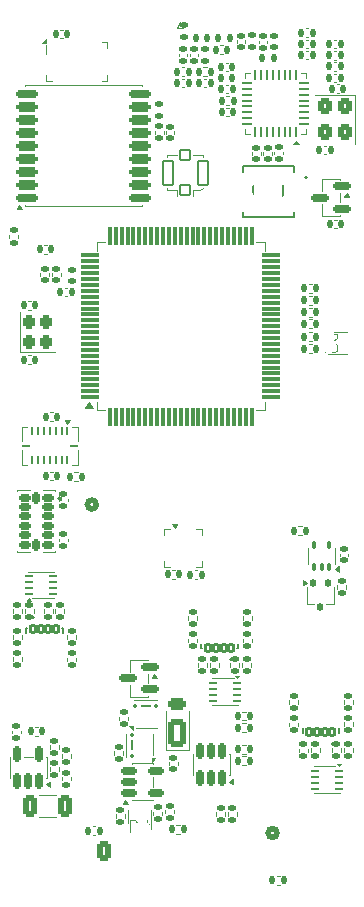
<source format=gbr>
%TF.GenerationSoftware,KiCad,Pcbnew,9.0.1*%
%TF.CreationDate,2025-10-09T14:44:29-04:00*%
%TF.ProjectId,OshTelemega,4f736854-656c-4656-9d65-67612e6b6963,rev?*%
%TF.SameCoordinates,Original*%
%TF.FileFunction,Legend,Bot*%
%TF.FilePolarity,Positive*%
%FSLAX46Y46*%
G04 Gerber Fmt 4.6, Leading zero omitted, Abs format (unit mm)*
G04 Created by KiCad (PCBNEW 9.0.1) date 2025-10-09 14:44:29*
%MOMM*%
%LPD*%
G01*
G04 APERTURE LIST*
G04 Aperture macros list*
%AMRoundRect*
0 Rectangle with rounded corners*
0 $1 Rounding radius*
0 $2 $3 $4 $5 $6 $7 $8 $9 X,Y pos of 4 corners*
0 Add a 4 corners polygon primitive as box body*
4,1,4,$2,$3,$4,$5,$6,$7,$8,$9,$2,$3,0*
0 Add four circle primitives for the rounded corners*
1,1,$1+$1,$2,$3*
1,1,$1+$1,$4,$5*
1,1,$1+$1,$6,$7*
1,1,$1+$1,$8,$9*
0 Add four rect primitives between the rounded corners*
20,1,$1+$1,$2,$3,$4,$5,0*
20,1,$1+$1,$4,$5,$6,$7,0*
20,1,$1+$1,$6,$7,$8,$9,0*
20,1,$1+$1,$8,$9,$2,$3,0*%
%AMFreePoly0*
4,1,15,1.100000,0.175000,0.750000,0.175000,0.750000,-0.175000,1.100000,-0.175000,1.100000,-0.475000,0.750000,-0.475000,-0.750000,-0.475000,-1.100000,-0.475000,-1.100000,-0.175000,-0.750000,-0.175000,-0.750000,0.175000,-1.100000,0.175000,-1.100000,0.475000,1.100000,0.475000,1.100000,0.175000,1.100000,0.175000,$1*%
G04 Aperture macros list end*
%ADD10C,0.100000*%
%ADD11C,0.150000*%
%ADD12C,0.120000*%
%ADD13C,0.508000*%
%ADD14C,0.127000*%
%ADD15C,0.200000*%
%ADD16C,0.152400*%
%ADD17C,0.010000*%
%ADD18RoundRect,0.250000X0.250000X-0.325000X0.250000X0.325000X-0.250000X0.325000X-0.250000X-0.325000X0*%
%ADD19C,1.800000*%
%ADD20C,5.600000*%
%ADD21RoundRect,0.250000X-0.350000X-0.625000X0.350000X-0.625000X0.350000X0.625000X-0.350000X0.625000X0*%
%ADD22O,1.200000X1.750000*%
%ADD23C,0.660000*%
%ADD24O,1.000000X0.580000*%
%ADD25C,1.100000*%
%ADD26R,1.000000X1.000000*%
%ADD27C,1.000000*%
%ADD28C,0.990600*%
%ADD29RoundRect,0.135000X0.185000X-0.135000X0.185000X0.135000X-0.185000X0.135000X-0.185000X-0.135000X0*%
%ADD30RoundRect,0.150000X0.587500X0.150000X-0.587500X0.150000X-0.587500X-0.150000X0.587500X-0.150000X0*%
%ADD31RoundRect,0.140000X-0.170000X0.140000X-0.170000X-0.140000X0.170000X-0.140000X0.170000X0.140000X0*%
%ADD32RoundRect,0.135000X-0.135000X-0.185000X0.135000X-0.185000X0.135000X0.185000X-0.135000X0.185000X0*%
%ADD33RoundRect,0.135000X0.135000X0.185000X-0.135000X0.185000X-0.135000X-0.185000X0.135000X-0.185000X0*%
%ADD34RoundRect,0.140000X-0.140000X-0.170000X0.140000X-0.170000X0.140000X0.170000X-0.140000X0.170000X0*%
%ADD35RoundRect,0.135000X-0.185000X0.135000X-0.185000X-0.135000X0.185000X-0.135000X0.185000X0.135000X0*%
%ADD36RoundRect,0.147500X-0.172500X0.147500X-0.172500X-0.147500X0.172500X-0.147500X0.172500X0.147500X0*%
%ADD37RoundRect,0.112500X-0.112500X-0.237500X0.112500X-0.237500X0.112500X0.237500X-0.112500X0.237500X0*%
%ADD38RoundRect,0.140000X0.140000X0.170000X-0.140000X0.170000X-0.140000X-0.170000X0.140000X-0.170000X0*%
%ADD39R,1.500000X5.080000*%
%ADD40RoundRect,0.140000X0.170000X-0.140000X0.170000X0.140000X-0.170000X0.140000X-0.170000X-0.140000X0*%
%ADD41RoundRect,0.147500X0.147500X0.172500X-0.147500X0.172500X-0.147500X-0.172500X0.147500X-0.172500X0*%
%ADD42R,0.550000X0.950000*%
%ADD43RoundRect,0.102000X-0.200000X0.300000X-0.200000X-0.300000X0.200000X-0.300000X0.200000X0.300000X0*%
%ADD44RoundRect,0.100000X0.100000X-0.225000X0.100000X0.225000X-0.100000X0.225000X-0.100000X-0.225000X0*%
%ADD45RoundRect,0.062500X0.062500X-0.375000X0.062500X0.375000X-0.062500X0.375000X-0.062500X-0.375000X0*%
%ADD46RoundRect,0.062500X0.375000X-0.062500X0.375000X0.062500X-0.375000X0.062500X-0.375000X-0.062500X0*%
%ADD47R,3.450000X3.450000*%
%ADD48RoundRect,0.150000X-0.512500X-0.150000X0.512500X-0.150000X0.512500X0.150000X-0.512500X0.150000X0*%
%ADD49RoundRect,0.147500X0.172500X-0.147500X0.172500X0.147500X-0.172500X0.147500X-0.172500X-0.147500X0*%
%ADD50FreePoly0,0.000000*%
%ADD51RoundRect,0.075000X-0.100000X-0.075000X0.100000X-0.075000X0.100000X0.075000X-0.100000X0.075000X0*%
%ADD52RoundRect,0.058750X-0.376250X-0.058750X0.376250X-0.058750X0.376250X0.058750X-0.376250X0.058750X0*%
%ADD53RoundRect,0.062500X-0.300000X-0.062500X0.300000X-0.062500X0.300000X0.062500X-0.300000X0.062500X0*%
%ADD54R,0.900000X1.600000*%
%ADD55RoundRect,0.150000X0.150000X-0.512500X0.150000X0.512500X-0.150000X0.512500X-0.150000X-0.512500X0*%
%ADD56RoundRect,0.250000X-0.350000X0.450000X-0.350000X-0.450000X0.350000X-0.450000X0.350000X0.450000X0*%
%ADD57RoundRect,0.075000X-0.725000X-0.075000X0.725000X-0.075000X0.725000X0.075000X-0.725000X0.075000X0*%
%ADD58RoundRect,0.075000X-0.075000X-0.725000X0.075000X-0.725000X0.075000X0.725000X-0.075000X0.725000X0*%
%ADD59RoundRect,0.062500X0.062500X0.275000X-0.062500X0.275000X-0.062500X-0.275000X0.062500X-0.275000X0*%
%ADD60RoundRect,0.062500X0.275000X0.062500X-0.275000X0.062500X-0.275000X-0.062500X0.275000X-0.062500X0*%
%ADD61RoundRect,0.102000X0.200000X-0.300000X0.200000X0.300000X-0.200000X0.300000X-0.200000X-0.300000X0*%
%ADD62RoundRect,0.250000X-0.325000X-0.650000X0.325000X-0.650000X0.325000X0.650000X-0.325000X0.650000X0*%
%ADD63RoundRect,0.062500X0.300000X0.062500X-0.300000X0.062500X-0.300000X-0.062500X0.300000X-0.062500X0*%
%ADD64RoundRect,0.175000X-0.725000X-0.175000X0.725000X-0.175000X0.725000X0.175000X-0.725000X0.175000X0*%
%ADD65RoundRect,0.200000X-0.700000X-0.200000X0.700000X-0.200000X0.700000X0.200000X-0.700000X0.200000X0*%
%ADD66FreePoly0,90.000000*%
%ADD67RoundRect,0.075000X0.075000X-0.100000X0.075000X0.100000X-0.075000X0.100000X-0.075000X-0.100000X0*%
%ADD68RoundRect,0.058750X0.058750X-0.376250X0.058750X0.376250X-0.058750X0.376250X-0.058750X-0.376250X0*%
%ADD69R,0.300000X0.450000*%
%ADD70R,0.450000X0.300000*%
%ADD71RoundRect,0.150000X0.325000X0.150000X-0.325000X0.150000X-0.325000X-0.150000X0.325000X-0.150000X0*%
%ADD72RoundRect,0.150000X0.150000X0.325000X-0.150000X0.325000X-0.150000X-0.325000X0.150000X-0.325000X0*%
%ADD73R,0.850000X0.650000*%
%ADD74R,0.650000X0.850000*%
%ADD75R,0.762000X0.304800*%
%ADD76R,2.387600X3.098800*%
%ADD77RoundRect,0.250000X-0.500000X0.950000X-0.500000X-0.950000X0.500000X-0.950000X0.500000X0.950000X0*%
%ADD78RoundRect,0.250000X-0.500000X0.275000X-0.500000X-0.275000X0.500000X-0.275000X0.500000X0.275000X0*%
%ADD79RoundRect,0.100000X0.400000X0.400000X-0.400000X0.400000X-0.400000X-0.400000X0.400000X-0.400000X0*%
%ADD80RoundRect,0.105000X0.420000X0.995000X-0.420000X0.995000X-0.420000X-0.995000X0.420000X-0.995000X0*%
G04 APERTURE END LIST*
D10*
X48282419Y-52536905D02*
X47282419Y-52536905D01*
X47282419Y-52536905D02*
X47282419Y-52775000D01*
X47282419Y-52775000D02*
X47330038Y-52917857D01*
X47330038Y-52917857D02*
X47425276Y-53013095D01*
X47425276Y-53013095D02*
X47520514Y-53060714D01*
X47520514Y-53060714D02*
X47710990Y-53108333D01*
X47710990Y-53108333D02*
X47853847Y-53108333D01*
X47853847Y-53108333D02*
X48044323Y-53060714D01*
X48044323Y-53060714D02*
X48139561Y-53013095D01*
X48139561Y-53013095D02*
X48234800Y-52917857D01*
X48234800Y-52917857D02*
X48282419Y-52775000D01*
X48282419Y-52775000D02*
X48282419Y-52536905D01*
X47282419Y-53441667D02*
X47282419Y-54060714D01*
X47282419Y-54060714D02*
X47663371Y-53727381D01*
X47663371Y-53727381D02*
X47663371Y-53870238D01*
X47663371Y-53870238D02*
X47710990Y-53965476D01*
X47710990Y-53965476D02*
X47758609Y-54013095D01*
X47758609Y-54013095D02*
X47853847Y-54060714D01*
X47853847Y-54060714D02*
X48091942Y-54060714D01*
X48091942Y-54060714D02*
X48187180Y-54013095D01*
X48187180Y-54013095D02*
X48234800Y-53965476D01*
X48234800Y-53965476D02*
X48282419Y-53870238D01*
X48282419Y-53870238D02*
X48282419Y-53584524D01*
X48282419Y-53584524D02*
X48234800Y-53489286D01*
X48234800Y-53489286D02*
X48187180Y-53441667D01*
X30761905Y-93682580D02*
X30761905Y-94682580D01*
X30761905Y-94682580D02*
X31000000Y-94682580D01*
X31000000Y-94682580D02*
X31142857Y-94634961D01*
X31142857Y-94634961D02*
X31238095Y-94539723D01*
X31238095Y-94539723D02*
X31285714Y-94444485D01*
X31285714Y-94444485D02*
X31333333Y-94254009D01*
X31333333Y-94254009D02*
X31333333Y-94111152D01*
X31333333Y-94111152D02*
X31285714Y-93920676D01*
X31285714Y-93920676D02*
X31238095Y-93825438D01*
X31238095Y-93825438D02*
X31142857Y-93730200D01*
X31142857Y-93730200D02*
X31000000Y-93682580D01*
X31000000Y-93682580D02*
X30761905Y-93682580D01*
X32190476Y-94349247D02*
X32190476Y-93682580D01*
X31952381Y-94730200D02*
X31714286Y-94015914D01*
X31714286Y-94015914D02*
X32333333Y-94015914D01*
D11*
X43669594Y-39954869D02*
X43669594Y-40764392D01*
X43669594Y-40764392D02*
X43621975Y-40859630D01*
X43621975Y-40859630D02*
X43574356Y-40907250D01*
X43574356Y-40907250D02*
X43479118Y-40954869D01*
X43479118Y-40954869D02*
X43288642Y-40954869D01*
X43288642Y-40954869D02*
X43193404Y-40907250D01*
X43193404Y-40907250D02*
X43145785Y-40859630D01*
X43145785Y-40859630D02*
X43098166Y-40764392D01*
X43098166Y-40764392D02*
X43098166Y-39954869D01*
X42098166Y-40954869D02*
X42669594Y-40954869D01*
X42383880Y-40954869D02*
X42383880Y-39954869D01*
X42383880Y-39954869D02*
X42479118Y-40097726D01*
X42479118Y-40097726D02*
X42574356Y-40192964D01*
X42574356Y-40192964D02*
X42669594Y-40240583D01*
X41621975Y-40954869D02*
X41431499Y-40954869D01*
X41431499Y-40954869D02*
X41336261Y-40907250D01*
X41336261Y-40907250D02*
X41288642Y-40859630D01*
X41288642Y-40859630D02*
X41193404Y-40716773D01*
X41193404Y-40716773D02*
X41145785Y-40526297D01*
X41145785Y-40526297D02*
X41145785Y-40145345D01*
X41145785Y-40145345D02*
X41193404Y-40050107D01*
X41193404Y-40050107D02*
X41241023Y-40002488D01*
X41241023Y-40002488D02*
X41336261Y-39954869D01*
X41336261Y-39954869D02*
X41526737Y-39954869D01*
X41526737Y-39954869D02*
X41621975Y-40002488D01*
X41621975Y-40002488D02*
X41669594Y-40050107D01*
X41669594Y-40050107D02*
X41717213Y-40145345D01*
X41717213Y-40145345D02*
X41717213Y-40383440D01*
X41717213Y-40383440D02*
X41669594Y-40478678D01*
X41669594Y-40478678D02*
X41621975Y-40526297D01*
X41621975Y-40526297D02*
X41526737Y-40573916D01*
X41526737Y-40573916D02*
X41336261Y-40573916D01*
X41336261Y-40573916D02*
X41241023Y-40526297D01*
X41241023Y-40526297D02*
X41193404Y-40478678D01*
X41193404Y-40478678D02*
X41145785Y-40383440D01*
D12*
%TO.C,X2*%
X24359999Y-54085000D02*
X21440001Y-54085000D01*
X21440001Y-54085000D02*
X21440001Y-50665000D01*
D13*
%TO.C,J6*%
X43181000Y-94804999D02*
G75*
G02*
X42419000Y-94804999I-381000J0D01*
G01*
X42419000Y-94804999D02*
G75*
G02*
X43181000Y-94804999I381000J0D01*
G01*
%TO.C,J7*%
X27880999Y-66994999D02*
G75*
G02*
X27118999Y-66994999I-381000J0D01*
G01*
X27118999Y-66994999D02*
G75*
G02*
X27880999Y-66994999I381000J0D01*
G01*
D12*
%TO.C,R9*%
X39020000Y-93353641D02*
X39020000Y-93046359D01*
X39780000Y-93353641D02*
X39780000Y-93046359D01*
%TO.C,Q2*%
X30740000Y-80140000D02*
X30740000Y-81140000D01*
X30740000Y-82260000D02*
X30740000Y-83260000D01*
X30740000Y-83260000D02*
X32260000Y-83260000D01*
X32260000Y-80140000D02*
X30740000Y-80140000D01*
X32260000Y-80190000D02*
X32260000Y-80140000D01*
X32260000Y-82090000D02*
X32260000Y-81310000D01*
X32260000Y-83260000D02*
X32260000Y-83210000D01*
X33040000Y-81650000D02*
X32560000Y-81650000D01*
X32800000Y-81320000D01*
X33040000Y-81650000D01*
G36*
X33040000Y-81650000D02*
G01*
X32560000Y-81650000D01*
X32800000Y-81320000D01*
X33040000Y-81650000D01*
G37*
%TO.C,R15*%
X44220000Y-85763641D02*
X44220000Y-85456359D01*
X44980000Y-85763641D02*
X44980000Y-85456359D01*
%TO.C,R31*%
X25420000Y-80263640D02*
X25420000Y-79956358D01*
X26180000Y-80263640D02*
X26180000Y-79956358D01*
%TO.C,C39*%
X39757623Y-27682521D02*
X39757623Y-27898193D01*
X40477623Y-27682521D02*
X40477623Y-27898193D01*
%TO.C,R51*%
X44986360Y-68820000D02*
X45293642Y-68820000D01*
X44986360Y-69580000D02*
X45293642Y-69580000D01*
%TO.C,R22*%
X36470000Y-80743641D02*
X36470000Y-80436359D01*
X37230000Y-80743641D02*
X37230000Y-80436359D01*
%TO.C,R47*%
X40553641Y-84520000D02*
X40246359Y-84520000D01*
X40553641Y-85280000D02*
X40246359Y-85280000D01*
%TO.C,C40*%
X38818780Y-29611287D02*
X39034452Y-29611287D01*
X38818780Y-30331287D02*
X39034452Y-30331287D01*
%TO.C,R54*%
X32820000Y-35643642D02*
X32820000Y-35336360D01*
X33580000Y-35643642D02*
X33580000Y-35336360D01*
%TO.C,R52*%
X48270000Y-73846359D02*
X48270000Y-74153641D01*
X49030000Y-73846359D02*
X49030000Y-74153641D01*
%TO.C,R7*%
X45856358Y-51320000D02*
X46163640Y-51320000D01*
X45856358Y-52080000D02*
X46163640Y-52080000D01*
%TO.C,C24*%
X22717163Y-85840000D02*
X22932835Y-85840000D01*
X22717163Y-86560000D02*
X22932835Y-86560000D01*
%TO.C,D2*%
X45690000Y-75380000D02*
X46350001Y-75380000D01*
X45690001Y-73970000D02*
X45690000Y-75380000D01*
X47349999Y-75380000D02*
X48010000Y-75380000D01*
X48009999Y-73970000D02*
X48010000Y-75380000D01*
X45710000Y-73600000D02*
X45380001Y-73840000D01*
X45380000Y-73360000D01*
X45710000Y-73600000D01*
G36*
X45710000Y-73600000D02*
G01*
X45380001Y-73840000D01*
X45380000Y-73360000D01*
X45710000Y-73600000D01*
G37*
%TO.C,C16*%
X23962164Y-59190000D02*
X24177836Y-59190000D01*
X23962164Y-59910000D02*
X24177836Y-59910000D01*
%TO.C,C26*%
X48218641Y-31428664D02*
X48434313Y-31428664D01*
X48218641Y-32148664D02*
X48434313Y-32148664D01*
%TO.C,R36*%
X20820000Y-78046359D02*
X20820000Y-78353641D01*
X21580000Y-78046359D02*
X21580000Y-78353641D01*
%TO.C,R43*%
X23944999Y-87346359D02*
X23944999Y-87653641D01*
X24704999Y-87346359D02*
X24704999Y-87653641D01*
%TO.C,C18*%
X36427836Y-72565000D02*
X36212164Y-72565000D01*
X36427836Y-73285000D02*
X36212164Y-73285000D01*
%TO.C,R29*%
X23420000Y-76153641D02*
X23420000Y-75846359D01*
X24180000Y-76153641D02*
X24180000Y-75846359D01*
%TO.C,J3*%
X34750000Y-26610000D02*
X35000000Y-26110000D01*
X35000000Y-26110000D02*
X35250000Y-26610000D01*
X35250000Y-26610000D02*
X34750000Y-26610000D01*
%TO.C,C37*%
X41640000Y-27927836D02*
X41640000Y-27712164D01*
X42360000Y-27927836D02*
X42360000Y-27712164D01*
%TO.C,R32*%
X25420000Y-78046360D02*
X25420000Y-78353642D01*
X26180000Y-78046360D02*
X26180000Y-78353642D01*
%TO.C,R44*%
X40246359Y-88320000D02*
X40553641Y-88320000D01*
X40246359Y-89080000D02*
X40553641Y-89080000D01*
%TO.C,R8*%
X45846359Y-50320000D02*
X46153641Y-50320000D01*
X45846359Y-51080000D02*
X46153641Y-51080000D01*
%TO.C,C20*%
X34040000Y-88812164D02*
X34040000Y-89027836D01*
X34760000Y-88812164D02*
X34760000Y-89027836D01*
%TO.C,C10*%
X48042164Y-42890000D02*
X48257836Y-42890000D01*
X48042164Y-43610000D02*
X48257836Y-43610000D01*
%TO.C,C8*%
X24740000Y-66707836D02*
X24740000Y-66492164D01*
X25460000Y-66707836D02*
X25460000Y-66492164D01*
%TO.C,C34*%
X48204723Y-30506862D02*
X47989051Y-30506862D01*
X48204723Y-31226862D02*
X47989051Y-31226862D01*
%TO.C,U4*%
X23625000Y-28125000D02*
X23625000Y-28875000D01*
X23625000Y-30625000D02*
X23625000Y-31125000D01*
X23625000Y-31125000D02*
X24125000Y-31125000D01*
X28325000Y-31125000D02*
X28825000Y-31125000D01*
X28825000Y-27825000D02*
X28325000Y-27825000D01*
X28825000Y-28325000D02*
X28825000Y-27825000D01*
X28825000Y-31125000D02*
X28825000Y-30625000D01*
X23625000Y-27925000D02*
X23265000Y-27925000D01*
X23625000Y-27565000D01*
X23625000Y-27925000D01*
G36*
X23625000Y-27925000D02*
G01*
X23265000Y-27925000D01*
X23625000Y-27565000D01*
X23625000Y-27925000D01*
G37*
%TO.C,R48*%
X36906359Y-29980000D02*
X37213641Y-29980000D01*
X36906359Y-30740000D02*
X37213641Y-30740000D01*
D14*
%TO.C,U16*%
X21950000Y-77450000D02*
X22005000Y-77450000D01*
X21950000Y-77855000D02*
X21950000Y-77450000D01*
X25050000Y-77450000D02*
X24995000Y-77450000D01*
X25050000Y-77450000D02*
X25050000Y-77855000D01*
D15*
X22625000Y-76545000D02*
G75*
G02*
X22425000Y-76545000I-100000J0D01*
G01*
X22425000Y-76545000D02*
G75*
G02*
X22625000Y-76545000I100000J0D01*
G01*
D12*
%TO.C,R49*%
X29395000Y-87863861D02*
X29395000Y-88171143D01*
X30155000Y-87863861D02*
X30155000Y-88171143D01*
%TO.C,C35*%
X35099153Y-30928960D02*
X35314825Y-30928960D01*
X35099153Y-31648960D02*
X35314825Y-31648960D01*
%TO.C,U21*%
X45790000Y-72050000D02*
X45790000Y-70650000D01*
X48110000Y-72060000D02*
X48110000Y-70650000D01*
X48390000Y-72670000D02*
X48060000Y-72430000D01*
X48390000Y-72190000D01*
X48390000Y-72670000D01*
G36*
X48390000Y-72670000D02*
G01*
X48060000Y-72430000D01*
X48390000Y-72190000D01*
X48390000Y-72670000D01*
G37*
%TO.C,C22*%
X20754999Y-86145914D02*
X20754999Y-86361586D01*
X21474999Y-86145914D02*
X21474999Y-86361586D01*
%TO.C,U8*%
X40452500Y-30427500D02*
X40452500Y-30902500D01*
X40452500Y-35172500D02*
X40452500Y-35647500D01*
X40452500Y-35647500D02*
X40927500Y-35647500D01*
X40927500Y-30427500D02*
X40452500Y-30427500D01*
X45197500Y-35647500D02*
X45672500Y-35647500D01*
X45672500Y-30427500D02*
X45197500Y-30427500D01*
X45672500Y-30902500D02*
X45672500Y-30427500D01*
X45672500Y-35647500D02*
X45672500Y-35172500D01*
X45052500Y-36507500D02*
X44572500Y-36507500D01*
X44812500Y-36177500D01*
X45052500Y-36507500D01*
G36*
X45052500Y-36507500D02*
G01*
X44572500Y-36507500D01*
X44812500Y-36177500D01*
X45052500Y-36507500D01*
G37*
%TO.C,U17*%
X30882499Y-88920000D02*
X30882499Y-88970000D01*
X30882499Y-91990000D02*
X30882499Y-92040000D01*
X30882499Y-92040000D02*
X32702499Y-92040000D01*
X32702499Y-88920000D02*
X30882499Y-88920000D01*
X32702499Y-88970000D02*
X32702499Y-88920000D01*
X32702499Y-90870000D02*
X32702499Y-90090000D01*
X32702499Y-92040000D02*
X32702499Y-91990000D01*
X30582499Y-92320000D02*
X30102499Y-92320000D01*
X30342499Y-91990000D01*
X30582499Y-92320000D01*
G36*
X30582499Y-92320000D02*
G01*
X30102499Y-92320000D01*
X30342499Y-91990000D01*
X30582499Y-92320000D01*
G37*
%TO.C,R23*%
X35670000Y-76436360D02*
X35670000Y-76743642D01*
X36430000Y-76436360D02*
X36430000Y-76743642D01*
%TO.C,R24*%
X35670000Y-78653640D02*
X35670000Y-78346358D01*
X36430000Y-78653640D02*
X36430000Y-78346358D01*
%TO.C,R11*%
X20520000Y-44146359D02*
X20520000Y-44453641D01*
X21280000Y-44146359D02*
X21280000Y-44453641D01*
%TO.C,Q3*%
X31280000Y-85875000D02*
X33050000Y-85875000D01*
X33050000Y-83575000D02*
X31050000Y-83575000D01*
X30960000Y-86065000D02*
X30680000Y-85785000D01*
X30960000Y-85785000D01*
X30960000Y-86065000D01*
G36*
X30960000Y-86065000D02*
G01*
X30680000Y-85785000D01*
X30960000Y-85785000D01*
X30960000Y-86065000D01*
G37*
%TO.C,C33*%
X45827361Y-26680563D02*
X45611689Y-26680563D01*
X45827361Y-27400563D02*
X45611689Y-27400563D01*
%TO.C,R40*%
X24944999Y-90046359D02*
X24944999Y-90353641D01*
X25704999Y-90046359D02*
X25704999Y-90353641D01*
%TO.C,R42*%
X23944999Y-89246359D02*
X23944999Y-89553641D01*
X24704999Y-89246359D02*
X24704999Y-89553641D01*
%TO.C,C5*%
X22092164Y-49765000D02*
X22307836Y-49765000D01*
X22092164Y-50485000D02*
X22307836Y-50485000D01*
%TO.C,R6*%
X45856358Y-49319999D02*
X46163640Y-49319999D01*
X45856358Y-50079999D02*
X46163640Y-50079999D01*
%TO.C,R38*%
X29545000Y-93518640D02*
X29545000Y-93211358D01*
X30305000Y-93518640D02*
X30305000Y-93211358D01*
%TO.C,U15*%
X22474432Y-74935000D02*
X24310000Y-74935000D01*
X24310000Y-72665000D02*
X22090000Y-72665000D01*
X22320000Y-75130000D02*
X22040000Y-75130000D01*
X22180000Y-74940000D01*
X22320000Y-75130000D01*
G36*
X22320000Y-75130000D02*
G01*
X22040000Y-75130000D01*
X22180000Y-74940000D01*
X22320000Y-75130000D01*
G37*
%TO.C,R19*%
X48820000Y-87646358D02*
X48820000Y-87953640D01*
X49580000Y-87646358D02*
X49580000Y-87953640D01*
%TO.C,R10*%
X38020000Y-93363640D02*
X38020000Y-93056358D01*
X38780000Y-93363640D02*
X38780000Y-93056358D01*
%TO.C,R17*%
X45020000Y-87963640D02*
X45020000Y-87656358D01*
X45780000Y-87963640D02*
X45780000Y-87656358D01*
%TO.C,R39*%
X33720000Y-93153641D02*
X33720000Y-92846359D01*
X34480000Y-93153641D02*
X34480000Y-92846359D01*
%TO.C,C6*%
X22307836Y-54365000D02*
X22092164Y-54365000D01*
X22307836Y-55085000D02*
X22092164Y-55085000D01*
%TO.C,R26*%
X39220000Y-80743642D02*
X39220000Y-80436360D01*
X39980000Y-80743642D02*
X39980000Y-80436360D01*
%TO.C,R34*%
X21820000Y-75846359D02*
X21820000Y-76153641D01*
X22580000Y-75846359D02*
X22580000Y-76153641D01*
%TO.C,U18*%
X20554999Y-88334999D02*
X20554999Y-90154999D01*
X20554999Y-90154999D02*
X20604999Y-90154999D01*
X20604999Y-88334999D02*
X20554999Y-88334999D01*
X22504999Y-88334999D02*
X21724999Y-88334999D01*
X23624999Y-90154999D02*
X23674999Y-90154999D01*
X23674999Y-88334999D02*
X23624999Y-88334999D01*
X23674999Y-90154999D02*
X23674999Y-88334999D01*
X23954999Y-90934999D02*
X23624999Y-90694999D01*
X23954999Y-90454999D01*
X23954999Y-90934999D01*
G36*
X23954999Y-90934999D02*
G01*
X23624999Y-90694999D01*
X23954999Y-90454999D01*
X23954999Y-90934999D01*
G37*
%TO.C,C27*%
X45827265Y-28573495D02*
X45611593Y-28573495D01*
X45827265Y-29293495D02*
X45611593Y-29293495D01*
%TO.C,C7*%
X24740000Y-69892164D02*
X24740000Y-70107836D01*
X25460000Y-69892164D02*
X25460000Y-70107836D01*
%TO.C,Y1*%
X46366477Y-32328663D02*
X49786477Y-32328663D01*
X49786477Y-32328663D02*
X49786477Y-36448663D01*
%TO.C,R12*%
X38846359Y-32420000D02*
X39153641Y-32420000D01*
X38846359Y-33180000D02*
X39153641Y-33180000D01*
%TO.C,C41*%
X35775334Y-28823122D02*
X35775334Y-29038794D01*
X36495334Y-28823122D02*
X36495334Y-29038794D01*
%TO.C,C9*%
X25057836Y-26790000D02*
X24842164Y-26790000D01*
X25057836Y-27510000D02*
X24842164Y-27510000D01*
%TO.C,R37*%
X32720000Y-93303640D02*
X32720000Y-92996358D01*
X33480000Y-93303640D02*
X33480000Y-92996358D01*
%TO.C,C11*%
X45827836Y-27640000D02*
X45612164Y-27640000D01*
X45827836Y-28360000D02*
X45612164Y-28360000D01*
%TO.C,C12*%
X42944615Y-37338275D02*
X42944615Y-37122603D01*
X43664615Y-37338275D02*
X43664615Y-37122603D01*
%TO.C,U1*%
X27915000Y-44790000D02*
X27915000Y-45490000D01*
X27915000Y-58310000D02*
X27915000Y-59010000D01*
X27915000Y-59010000D02*
X28615000Y-59010000D01*
X28615000Y-44790000D02*
X27915000Y-44790000D01*
X41435000Y-59010000D02*
X42135000Y-59010000D01*
X42135000Y-44790000D02*
X41435000Y-44790000D01*
X42135000Y-45490000D02*
X42135000Y-44790000D01*
X42135000Y-59010000D02*
X42135000Y-58310000D01*
X27615000Y-58780000D02*
X26935000Y-58780000D01*
X27275000Y-58310000D01*
X27615000Y-58780000D01*
G36*
X27615000Y-58780000D02*
G01*
X26935000Y-58780000D01*
X27275000Y-58310000D01*
X27615000Y-58780000D01*
G37*
%TO.C,C29*%
X38822164Y-31470000D02*
X39037836Y-31470000D01*
X38822164Y-32190000D02*
X39037836Y-32190000D01*
%TO.C,U6*%
X47002500Y-39440000D02*
X47002500Y-40440000D01*
X47002500Y-41560000D02*
X47002500Y-42560000D01*
X47002500Y-42560000D02*
X48522500Y-42560000D01*
X48522500Y-39440000D02*
X47002500Y-39440000D01*
X48522500Y-39490000D02*
X48522500Y-39440000D01*
X48522500Y-41390000D02*
X48522500Y-40610000D01*
X48522500Y-42560000D02*
X48522500Y-42510000D01*
X49302500Y-40950000D02*
X48822500Y-40950000D01*
X49062500Y-40620000D01*
X49302500Y-40950000D01*
G36*
X49302500Y-40950000D02*
G01*
X48822500Y-40950000D01*
X49062500Y-40620000D01*
X49302500Y-40950000D01*
G37*
%TO.C,C21*%
X27562164Y-94240000D02*
X27777836Y-94240000D01*
X27562164Y-94960000D02*
X27777836Y-94960000D01*
%TO.C,R4*%
X45846359Y-53420000D02*
X46153641Y-53420000D01*
X45846359Y-54180000D02*
X46153641Y-54180000D01*
%TO.C,U9*%
X21577501Y-60390000D02*
X21577501Y-61615000D01*
X21577501Y-62385000D02*
X21577501Y-63610000D01*
X21577501Y-63610000D02*
X22052501Y-63610000D01*
X22052501Y-60390000D02*
X21577501Y-60390000D01*
X25822501Y-63610000D02*
X26297501Y-63610000D01*
X26297501Y-60390000D02*
X25822501Y-60390000D01*
X26297501Y-61615000D02*
X26297501Y-60390000D01*
X26297501Y-63610000D02*
X26297501Y-62385000D01*
X25437501Y-60140000D02*
X25197501Y-59810000D01*
X25677501Y-59810000D01*
X25437501Y-60140000D01*
G36*
X25437501Y-60140000D02*
G01*
X25197501Y-59810000D01*
X25677501Y-59810000D01*
X25437501Y-60140000D01*
G37*
D14*
%TO.C,U14*%
X36775000Y-79175000D02*
X36775000Y-78770000D01*
X36775000Y-79175000D02*
X36830000Y-79175000D01*
X39875000Y-78770000D02*
X39875000Y-79175000D01*
X39875000Y-79175000D02*
X39820000Y-79175000D01*
D15*
X39400000Y-80080000D02*
G75*
G02*
X39200000Y-80080000I-100000J0D01*
G01*
X39200000Y-80080000D02*
G75*
G02*
X39400000Y-80080000I100000J0D01*
G01*
D12*
%TO.C,C2*%
X24140000Y-47392164D02*
X24140000Y-47607836D01*
X24860000Y-47392164D02*
X24860000Y-47607836D01*
%TO.C,R33*%
X20820000Y-76153641D02*
X20820000Y-75846359D01*
X21580000Y-76153641D02*
X21580000Y-75846359D01*
%TO.C,C23*%
X23013747Y-91590000D02*
X24436251Y-91590000D01*
X23013747Y-93410000D02*
X24436251Y-93410000D01*
%TO.C,C1*%
X23140000Y-47392164D02*
X23140000Y-47607836D01*
X23860000Y-47392164D02*
X23860000Y-47607836D01*
%TO.C,C14*%
X48207836Y-27640000D02*
X47992164Y-27640000D01*
X48207836Y-28360000D02*
X47992164Y-28360000D01*
%TO.C,R27*%
X40270001Y-76446359D02*
X40270001Y-76753641D01*
X41030001Y-76446359D02*
X41030001Y-76753641D01*
%TO.C,U13*%
X37665000Y-83985000D02*
X39885000Y-83985000D01*
X39500568Y-81715000D02*
X37665000Y-81715000D01*
X39795000Y-81710000D02*
X39655000Y-81520000D01*
X39935000Y-81520000D01*
X39795000Y-81710000D01*
G36*
X39795000Y-81710000D02*
G01*
X39655000Y-81520000D01*
X39935000Y-81520000D01*
X39795000Y-81710000D01*
G37*
%TO.C,R16*%
X48820000Y-85753641D02*
X48820000Y-85446359D01*
X49580000Y-85753641D02*
X49580000Y-85446359D01*
%TO.C,U5*%
X21840000Y-31440000D02*
X31760000Y-31440000D01*
X21840000Y-31590000D02*
X21840000Y-31440000D01*
X21840000Y-41760000D02*
X21840000Y-41610000D01*
X21840000Y-41760000D02*
X31760000Y-41760000D01*
X31760000Y-31590000D02*
X31760000Y-31440000D01*
X31760000Y-41760000D02*
X31760000Y-41610000D01*
X21610000Y-41940000D02*
X21130000Y-41940000D01*
X21370000Y-41610000D01*
X21610000Y-41940000D01*
G36*
X21610000Y-41940000D02*
G01*
X21130000Y-41940000D01*
X21370000Y-41610000D01*
X21610000Y-41940000D01*
G37*
%TO.C,C4*%
X23687836Y-45040000D02*
X23472164Y-45040000D01*
X23687836Y-45760000D02*
X23472164Y-45760000D01*
%TO.C,R28*%
X40270000Y-78653640D02*
X40270000Y-78346358D01*
X41030000Y-78653640D02*
X41030000Y-78346358D01*
%TO.C,C43*%
X33768426Y-35404197D02*
X33768426Y-35619869D01*
X34488426Y-35404197D02*
X34488426Y-35619869D01*
%TO.C,R20*%
X47820000Y-87953641D02*
X47820000Y-87646359D01*
X48580000Y-87953641D02*
X48580000Y-87646359D01*
%TO.C,C42*%
X34857736Y-28818907D02*
X34857736Y-29034579D01*
X35577736Y-28818907D02*
X35577736Y-29034579D01*
%TO.C,Q1*%
X30375000Y-86392503D02*
X30375000Y-88392503D01*
X32675000Y-88162503D02*
X32675000Y-86392503D01*
X32585000Y-88762503D02*
X32585000Y-88482503D01*
X32865000Y-88482502D01*
X32585000Y-88762503D01*
G36*
X32585000Y-88762503D02*
G01*
X32585000Y-88482503D01*
X32865000Y-88482502D01*
X32585000Y-88762503D01*
G37*
%TO.C,U12*%
X46290000Y-91435000D02*
X48510000Y-91435000D01*
X48125568Y-89165000D02*
X46290000Y-89165000D01*
X48420000Y-89160000D02*
X48280000Y-88970000D01*
X48560000Y-88970000D01*
X48420000Y-89160000D01*
G36*
X48420000Y-89160000D02*
G01*
X48280000Y-88970000D01*
X48560000Y-88970000D01*
X48420000Y-89160000D01*
G37*
D10*
%TO.C,U10*%
X33650000Y-69050000D02*
X33650000Y-69550000D01*
X33650000Y-69050000D02*
X34150000Y-69050000D01*
X33650000Y-71750000D02*
X33650000Y-72250000D01*
X33650000Y-72250000D02*
X34150000Y-72250000D01*
X36850000Y-69050000D02*
X36350000Y-69050000D01*
X36850000Y-69050000D02*
X36850000Y-69550000D01*
X36850000Y-72250000D02*
X36350000Y-72250000D01*
X36850000Y-72250000D02*
X36850000Y-71750000D01*
D12*
X34500000Y-68975000D02*
X34260000Y-68639000D01*
X34740000Y-68639000D01*
X34500000Y-68975000D01*
G36*
X34500000Y-68975000D02*
G01*
X34260000Y-68639000D01*
X34740000Y-68639000D01*
X34500000Y-68975000D01*
G37*
%TO.C,U3*%
X21190000Y-65790000D02*
X21190000Y-65840001D01*
X21190000Y-70959999D02*
X21190000Y-71010000D01*
X21190000Y-71010000D02*
X22240000Y-71010000D01*
X22240000Y-65790000D02*
X21190000Y-65790000D01*
X23360000Y-71010000D02*
X24410000Y-71010000D01*
X24410000Y-65790000D02*
X23360000Y-65790000D01*
X24410000Y-65840001D02*
X24410000Y-65790000D01*
X24410000Y-71010000D02*
X24410000Y-70959999D01*
X24870000Y-66640000D02*
X24540000Y-66400000D01*
X24870000Y-66160000D01*
X24870000Y-66640000D01*
G36*
X24870000Y-66640000D02*
G01*
X24540000Y-66400000D01*
X24870000Y-66160000D01*
X24870000Y-66640000D01*
G37*
%TO.C,C30*%
X48204876Y-29542436D02*
X47989204Y-29542436D01*
X48204876Y-30262436D02*
X47989204Y-30262436D01*
%TO.C,R45*%
X40553641Y-87320000D02*
X40246359Y-87320000D01*
X40553641Y-88080000D02*
X40246359Y-88080000D01*
%TO.C,C28*%
X38859454Y-33392686D02*
X39075126Y-33392686D01*
X38859454Y-34112686D02*
X39075126Y-34112686D01*
%TO.C,D3*%
X47525000Y-54275000D02*
X49125000Y-54275000D01*
X47975000Y-52375000D02*
X49125000Y-52375000D01*
%TO.C,R53*%
X29830000Y-84946359D02*
X29830000Y-85253641D01*
X30590000Y-84946359D02*
X30590000Y-85253641D01*
%TO.C,R35*%
X20820000Y-80243643D02*
X20820000Y-79936361D01*
X21580000Y-80243643D02*
X21580000Y-79936361D01*
%TO.C,D4*%
X30600000Y-93990000D02*
X30600000Y-92840000D01*
X32500000Y-94440000D02*
X32500000Y-92840000D01*
D16*
%TO.C,U19*%
X40259800Y-38328350D02*
X44603200Y-38328350D01*
X40259800Y-38814760D02*
X40259800Y-38328350D01*
X40259800Y-42671750D02*
X40259800Y-42185340D01*
X44603200Y-38328350D02*
X44603200Y-38814760D01*
X44603200Y-42185340D02*
X44603200Y-42671750D01*
X44603200Y-42671750D02*
X40259800Y-42671750D01*
X45733500Y-39299900D02*
G75*
G02*
X45530300Y-39299900I-101600J0D01*
G01*
X45530300Y-39299900D02*
G75*
G02*
X45733500Y-39299900I101600J0D01*
G01*
D12*
%TO.C,U2*%
X36040000Y-88090000D02*
X36040000Y-89910000D01*
X36040000Y-89910000D02*
X36090000Y-89910000D01*
X36090000Y-88090000D02*
X36040000Y-88090000D01*
X39110000Y-89910000D02*
X39160000Y-89910000D01*
X39160000Y-88090000D02*
X39110000Y-88090000D01*
X39160000Y-89910000D02*
X39160000Y-88090000D01*
X39440000Y-90690000D02*
X39110000Y-90450000D01*
X39440000Y-90210000D01*
X39440000Y-90690000D01*
G36*
X39440000Y-90690000D02*
G01*
X39110000Y-90450000D01*
X39440000Y-90210000D01*
X39440000Y-90690000D01*
G37*
%TO.C,R30*%
X24420000Y-75846359D02*
X24420000Y-76153641D01*
X25180000Y-75846359D02*
X25180000Y-76153641D01*
%TO.C,R50*%
X26303641Y-64270000D02*
X25996359Y-64270000D01*
X26303641Y-65030000D02*
X25996359Y-65030000D01*
%TO.C,C38*%
X38569432Y-28125589D02*
X38353760Y-28125589D01*
X38569432Y-28845589D02*
X38353760Y-28845589D01*
%TO.C,R14*%
X48820000Y-83546359D02*
X48820000Y-83853641D01*
X49580000Y-83546359D02*
X49580000Y-83853641D01*
%TO.C,R5*%
X45856358Y-48320000D02*
X46163640Y-48320000D01*
X45856358Y-49080000D02*
X46163640Y-49080000D01*
%TO.C,C25*%
X47354313Y-36628664D02*
X47138641Y-36628664D01*
X47354313Y-37348664D02*
X47138641Y-37348664D01*
%TO.C,C15*%
X42013826Y-37387283D02*
X42013826Y-37171611D01*
X42733826Y-37387283D02*
X42733826Y-37171611D01*
%TO.C,R13*%
X44220000Y-83546359D02*
X44220000Y-83853641D01*
X44980000Y-83546359D02*
X44980000Y-83853641D01*
%TO.C,D1*%
X33740000Y-87760000D02*
X33740000Y-84450000D01*
X33740000Y-87760000D02*
X35760000Y-87760000D01*
X35760000Y-84450000D02*
X35760000Y-87760000D01*
%TO.C,R21*%
X37470000Y-80426360D02*
X37470000Y-80733642D01*
X38230000Y-80426360D02*
X38230000Y-80733642D01*
%TO.C,C31*%
X36972164Y-30940000D02*
X37187836Y-30940000D01*
X36972164Y-31660000D02*
X37187836Y-31660000D01*
%TO.C,R46*%
X40246359Y-85520000D02*
X40553641Y-85520000D01*
X40246359Y-86280000D02*
X40553641Y-86280000D01*
%TO.C,R25*%
X40220000Y-80436359D02*
X40220000Y-80743641D01*
X40980000Y-80436359D02*
X40980000Y-80743641D01*
%TO.C,C3*%
X25192164Y-48640000D02*
X25407836Y-48640000D01*
X25192164Y-49360000D02*
X25407836Y-49360000D01*
%TO.C,C44*%
X48490000Y-71357836D02*
X48490000Y-71142164D01*
X49210000Y-71357836D02*
X49210000Y-71142164D01*
%TO.C,R2*%
X43146359Y-98420000D02*
X43453641Y-98420000D01*
X43146359Y-99180000D02*
X43453641Y-99180000D01*
%TO.C,C32*%
X48200839Y-28597780D02*
X47985167Y-28597780D01*
X48200839Y-29317780D02*
X47985167Y-29317780D01*
%TO.C,J5*%
X33900000Y-37400000D02*
X33900000Y-37600000D01*
X33900000Y-40200000D02*
X33900000Y-40400000D01*
X33900000Y-40400000D02*
X34700000Y-40400000D01*
X34700000Y-37400000D02*
X33900000Y-37400000D01*
X34700000Y-40400000D02*
X34700000Y-40900000D01*
X36100000Y-40400000D02*
X36100000Y-40900000D01*
X36100000Y-40400000D02*
X36700000Y-40400000D01*
X36700000Y-40400000D02*
X36900000Y-40200000D01*
X36900000Y-37400000D02*
X36100000Y-37400000D01*
X36900000Y-37600000D02*
X36900000Y-37400000D01*
%TO.C,C36*%
X35100431Y-29988244D02*
X35316103Y-29988244D01*
X35100431Y-30708244D02*
X35316103Y-30708244D01*
%TO.C,R3*%
X45846359Y-52419999D02*
X46153641Y-52419999D01*
X45846359Y-53179999D02*
X46153641Y-53179999D01*
%TO.C,C13*%
X41073591Y-37398216D02*
X41073591Y-37182544D01*
X41793591Y-37398216D02*
X41793591Y-37182544D01*
D14*
%TO.C,U11*%
X45350000Y-86350000D02*
X45350000Y-85945000D01*
X45350000Y-86350000D02*
X45405000Y-86350000D01*
X48450000Y-85945000D02*
X48450000Y-86350000D01*
X48450000Y-86350000D02*
X48395000Y-86350000D01*
D15*
X47975000Y-87255000D02*
G75*
G02*
X47775000Y-87255000I-100000J0D01*
G01*
X47775000Y-87255000D02*
G75*
G02*
X47975000Y-87255000I100000J0D01*
G01*
D12*
%TO.C,R41*%
X24944999Y-88136360D02*
X24944999Y-88443642D01*
X25704999Y-88136360D02*
X25704999Y-88443642D01*
%TO.C,C19*%
X34527836Y-72549000D02*
X34312164Y-72549000D01*
X34527836Y-73269000D02*
X34312164Y-73269000D01*
%TO.C,R1*%
X34943642Y-94120000D02*
X34636360Y-94120000D01*
X34943642Y-94880000D02*
X34636360Y-94880000D01*
%TO.C,C17*%
X24177836Y-64240000D02*
X23962164Y-64240000D01*
X24177836Y-64960000D02*
X23962164Y-64960000D01*
%TO.C,R18*%
X46020000Y-87646359D02*
X46020000Y-87953641D01*
X46780000Y-87646359D02*
X46780000Y-87953641D01*
%TD*%
%LPC*%
D17*
%TO.C,U16*%
X23475000Y-80875000D02*
X22875000Y-80875000D01*
X22875000Y-80625000D01*
X22824999Y-80625000D01*
X22825000Y-80875000D01*
X22225000Y-80875000D01*
X22224999Y-80625000D01*
X22015000Y-80625000D01*
X22015000Y-78075000D01*
X23475000Y-78075000D01*
X23475000Y-80875000D01*
G36*
X23475000Y-80875000D02*
G01*
X22875000Y-80875000D01*
X22875000Y-80625000D01*
X22824999Y-80625000D01*
X22825000Y-80875000D01*
X22225000Y-80875000D01*
X22224999Y-80625000D01*
X22015000Y-80625000D01*
X22015000Y-78075000D01*
X23475000Y-78075000D01*
X23475000Y-80875000D01*
G37*
X25015000Y-80625000D02*
X24775001Y-80625000D01*
X24775000Y-80875000D01*
X24175000Y-80875000D01*
X24175001Y-80625000D01*
X24125000Y-80625000D01*
X24125000Y-80875000D01*
X23525000Y-80875000D01*
X23525000Y-78075000D01*
X25015000Y-78075000D01*
X25015000Y-80625000D01*
G36*
X25015000Y-80625000D02*
G01*
X24775001Y-80625000D01*
X24775000Y-80875000D01*
X24175000Y-80875000D01*
X24175001Y-80625000D01*
X24125000Y-80625000D01*
X24125000Y-80875000D01*
X23525000Y-80875000D01*
X23525000Y-78075000D01*
X25015000Y-78075000D01*
X25015000Y-80625000D01*
G37*
%TO.C,U14*%
X37649999Y-76000000D02*
X37700000Y-76000000D01*
X37700000Y-75750000D01*
X38300000Y-75750000D01*
X38300000Y-78550000D01*
X36810000Y-78550000D01*
X36810000Y-76000000D01*
X37049999Y-76000000D01*
X37050000Y-75750000D01*
X37650000Y-75750000D01*
X37649999Y-76000000D01*
G36*
X37649999Y-76000000D02*
G01*
X37700000Y-76000000D01*
X37700000Y-75750000D01*
X38300000Y-75750000D01*
X38300000Y-78550000D01*
X36810000Y-78550000D01*
X36810000Y-76000000D01*
X37049999Y-76000000D01*
X37050000Y-75750000D01*
X37650000Y-75750000D01*
X37649999Y-76000000D01*
G37*
X38950000Y-76000000D02*
X39000001Y-76000000D01*
X39000000Y-75750000D01*
X39600000Y-75750000D01*
X39600001Y-76000000D01*
X39810000Y-76000000D01*
X39810000Y-78550000D01*
X38350000Y-78550000D01*
X38350000Y-75750000D01*
X38950000Y-75750000D01*
X38950000Y-76000000D01*
G36*
X38950000Y-76000000D02*
G01*
X39000001Y-76000000D01*
X39000000Y-75750000D01*
X39600000Y-75750000D01*
X39600001Y-76000000D01*
X39810000Y-76000000D01*
X39810000Y-78550000D01*
X38350000Y-78550000D01*
X38350000Y-75750000D01*
X38950000Y-75750000D01*
X38950000Y-76000000D01*
G37*
%TO.C,U11*%
X46225000Y-83175000D02*
X46275000Y-83175000D01*
X46275000Y-82925000D01*
X46875000Y-82925000D01*
X46875000Y-85725000D01*
X45385000Y-85725000D01*
X45385000Y-83175000D01*
X45625000Y-83175000D01*
X45625000Y-82925000D01*
X46225000Y-82925000D01*
X46225000Y-83175000D01*
G36*
X46225000Y-83175000D02*
G01*
X46275000Y-83175000D01*
X46275000Y-82925000D01*
X46875000Y-82925000D01*
X46875000Y-85725000D01*
X45385000Y-85725000D01*
X45385000Y-83175000D01*
X45625000Y-83175000D01*
X45625000Y-82925000D01*
X46225000Y-82925000D01*
X46225000Y-83175000D01*
G37*
X47525000Y-83175000D02*
X47575000Y-83175000D01*
X47575000Y-82925000D01*
X48175000Y-82925000D01*
X48175000Y-83175000D01*
X48385000Y-83175000D01*
X48385000Y-85725000D01*
X46925000Y-85725000D01*
X46925000Y-82925000D01*
X47525000Y-82925000D01*
X47525000Y-83175000D01*
G36*
X47525000Y-83175000D02*
G01*
X47575000Y-83175000D01*
X47575000Y-82925000D01*
X48175000Y-82925000D01*
X48175000Y-83175000D01*
X48385000Y-83175000D01*
X48385000Y-85725000D01*
X46925000Y-85725000D01*
X46925000Y-82925000D01*
X47525000Y-82925000D01*
X47525000Y-83175000D01*
G37*
%TD*%
D18*
%TO.C,X2*%
X22200000Y-53250000D03*
X22200000Y-51500000D03*
X23600000Y-51500000D03*
X23600000Y-53250000D03*
%TD*%
D19*
%TO.C,J6*%
X42800000Y-90099998D03*
X42800000Y-87599998D03*
X42800000Y-85099998D03*
X42800000Y-82599997D03*
X42800000Y-80099997D03*
X42800000Y-77599997D03*
X42800000Y-75100000D03*
X42800000Y-72600000D03*
X42800000Y-70100000D03*
%TD*%
D20*
%TO.C,H2*%
X23000000Y-97000000D03*
%TD*%
D21*
%TO.C,J8*%
X28500000Y-96350000D03*
D22*
X30500000Y-96350000D03*
%TD*%
D23*
%TO.C,J4*%
X34950000Y-96650000D03*
D24*
X42450000Y-96650000D03*
D25*
X36300000Y-94500000D03*
X36300000Y-98800000D03*
X41100000Y-94500000D03*
X41100000Y-98800000D03*
%TD*%
D20*
%TO.C,H3*%
X47000000Y-97000000D03*
%TD*%
%TO.C,H4*%
X47000000Y-23000000D03*
%TD*%
%TO.C,H5*%
X47000000Y-65200000D03*
%TD*%
D26*
%TO.C,J9*%
X37240000Y-66200000D03*
D27*
X37240000Y-64929999D03*
X38510001Y-66200000D03*
X38510000Y-64930000D03*
X39780000Y-66200000D03*
X39780000Y-64930000D03*
X41050000Y-66200000D03*
X41050000Y-64930000D03*
X42319999Y-66200000D03*
X42320000Y-64930000D03*
%TD*%
D26*
%TO.C,J10*%
X31210000Y-66200000D03*
D27*
X31210000Y-64929999D03*
X32480001Y-66200000D03*
X32480000Y-64930000D03*
X33750000Y-66200000D03*
X33750000Y-64930000D03*
%TD*%
D28*
%TO.C,J1*%
X47984000Y-56060000D03*
X49000000Y-61140000D03*
X46968000Y-61140000D03*
%TD*%
D26*
%TO.C,J2*%
X21350000Y-58630000D03*
D27*
X21350000Y-59900000D03*
%TD*%
D19*
%TO.C,J7*%
X27499999Y-71700000D03*
X27499999Y-74200000D03*
X27499999Y-76700000D03*
X27499999Y-79200001D03*
X27499999Y-81700001D03*
X27499999Y-84200001D03*
X27499999Y-86699998D03*
X27499999Y-89199998D03*
X27499999Y-91699998D03*
%TD*%
D20*
%TO.C,H1*%
X23000000Y-23000000D03*
%TD*%
D29*
%TO.C,R9*%
X39400000Y-93709999D03*
X39400000Y-92690001D03*
%TD*%
D30*
%TO.C,Q2*%
X32437500Y-80750000D03*
X32437500Y-82650000D03*
X30562499Y-81700000D03*
%TD*%
D29*
%TO.C,R15*%
X44600000Y-86120000D03*
X44600000Y-85100000D03*
%TD*%
%TO.C,R31*%
X25800000Y-80619998D03*
X25800000Y-79600000D03*
%TD*%
D31*
%TO.C,C39*%
X40117623Y-27310357D03*
X40117623Y-28270357D03*
%TD*%
D32*
%TO.C,R51*%
X44630002Y-69200000D03*
X45650000Y-69200000D03*
%TD*%
D29*
%TO.C,R22*%
X36850000Y-81099999D03*
X36850000Y-80080001D03*
%TD*%
D33*
%TO.C,R47*%
X40910000Y-84900000D03*
X39890000Y-84900000D03*
%TD*%
D34*
%TO.C,C40*%
X38446616Y-29971287D03*
X39406616Y-29971287D03*
%TD*%
D29*
%TO.C,R54*%
X33200000Y-36000000D03*
X33200000Y-34980002D03*
%TD*%
D35*
%TO.C,R52*%
X48650000Y-73490001D03*
X48650000Y-74509999D03*
%TD*%
D32*
%TO.C,R7*%
X45500000Y-51700000D03*
X46519998Y-51700000D03*
%TD*%
D34*
%TO.C,C24*%
X22344999Y-86200000D03*
X23304999Y-86200000D03*
%TD*%
D36*
%TO.C,FB2*%
X33200000Y-33115000D03*
X33200000Y-34085000D03*
%TD*%
D37*
%TO.C,D2*%
X46200000Y-73650000D03*
X47500000Y-73650000D03*
X46850000Y-75650000D03*
%TD*%
D34*
%TO.C,C16*%
X23590000Y-59550000D03*
X24550000Y-59550000D03*
%TD*%
%TO.C,C26*%
X47846477Y-31788664D03*
X48806477Y-31788664D03*
%TD*%
D35*
%TO.C,R36*%
X21200000Y-77690001D03*
X21200000Y-78709999D03*
%TD*%
%TO.C,R43*%
X24324999Y-86990000D03*
X24324999Y-88010000D03*
%TD*%
D38*
%TO.C,C18*%
X36800000Y-72925000D03*
X35840000Y-72925000D03*
%TD*%
D29*
%TO.C,R29*%
X23800000Y-76509999D03*
X23800000Y-75490001D03*
%TD*%
D39*
%TO.C,J3*%
X35000000Y-22900000D03*
X30750000Y-22900000D03*
X39250000Y-22900000D03*
%TD*%
D40*
%TO.C,C37*%
X42000000Y-28300000D03*
X42000000Y-27340000D03*
%TD*%
D35*
%TO.C,R32*%
X25800000Y-77690002D03*
X25800000Y-78710000D03*
%TD*%
D32*
%TO.C,R44*%
X39890000Y-88700000D03*
X40910000Y-88700000D03*
%TD*%
%TO.C,R8*%
X45490001Y-50700000D03*
X46509999Y-50700000D03*
%TD*%
D31*
%TO.C,C20*%
X34400000Y-88440000D03*
X34400000Y-89400000D03*
%TD*%
D34*
%TO.C,C10*%
X47670000Y-43250000D03*
X48630000Y-43250000D03*
%TD*%
D40*
%TO.C,C8*%
X25100000Y-67080000D03*
X25100000Y-66120000D03*
%TD*%
D41*
%TO.C,L1*%
X42900000Y-29200000D03*
X41930000Y-29200000D03*
%TD*%
D38*
%TO.C,C34*%
X48576887Y-30866862D03*
X47616887Y-30866862D03*
%TD*%
D42*
%TO.C,U4*%
X24350000Y-28400000D03*
X25600000Y-28400000D03*
X26850000Y-28400000D03*
X28100000Y-28400000D03*
X28100000Y-30550000D03*
X26850000Y-30550000D03*
X25600000Y-30550000D03*
X24350000Y-30550000D03*
%TD*%
D32*
%TO.C,R48*%
X36550000Y-30360000D03*
X37570000Y-30360000D03*
%TD*%
D43*
%TO.C,U16*%
X22524999Y-77525000D03*
X23175000Y-77525000D03*
X23825000Y-77525000D03*
X24475001Y-77525000D03*
%TD*%
D35*
%TO.C,R49*%
X29775000Y-87507503D03*
X29775000Y-88527501D03*
%TD*%
D34*
%TO.C,C35*%
X34726989Y-31288960D03*
X35686989Y-31288960D03*
%TD*%
D44*
%TO.C,U21*%
X47600000Y-72300000D03*
X46950000Y-72299999D03*
X46300000Y-72300000D03*
X46300000Y-70400000D03*
X47600000Y-70400000D03*
%TD*%
D31*
%TO.C,C22*%
X21114999Y-85773750D03*
X21114999Y-86733750D03*
%TD*%
D45*
%TO.C,U8*%
X44812500Y-35475000D03*
X44312500Y-35475000D03*
X43812500Y-35475000D03*
X43312500Y-35475000D03*
X42812500Y-35475000D03*
X42312500Y-35475000D03*
X41812500Y-35475000D03*
X41312500Y-35475000D03*
D46*
X40625000Y-34787500D03*
X40625000Y-34287500D03*
X40625000Y-33787500D03*
X40625000Y-33287500D03*
X40625000Y-32787500D03*
X40625000Y-32287500D03*
X40625000Y-31787500D03*
X40625000Y-31287500D03*
D45*
X41312500Y-30600000D03*
X41812500Y-30600000D03*
X42312500Y-30600000D03*
X42812500Y-30600000D03*
X43312500Y-30600000D03*
X43812500Y-30600000D03*
X44312500Y-30600000D03*
X44812500Y-30600000D03*
D46*
X45500000Y-31287500D03*
X45500000Y-31787500D03*
X45500000Y-32287500D03*
X45500000Y-32787500D03*
X45500000Y-33287500D03*
X45500000Y-33787500D03*
X45500000Y-34287500D03*
X45500000Y-34787500D03*
D47*
X43062500Y-33037500D03*
%TD*%
D48*
%TO.C,U17*%
X30654999Y-91429999D03*
X30654999Y-90480000D03*
X30654999Y-89530001D03*
X32929999Y-89530001D03*
X32929999Y-91429999D03*
%TD*%
D35*
%TO.C,R23*%
X36050000Y-76080002D03*
X36050000Y-77100000D03*
%TD*%
D29*
%TO.C,R24*%
X36050000Y-79009998D03*
X36050000Y-77990000D03*
%TD*%
D35*
%TO.C,R11*%
X20900000Y-43790000D03*
X20900000Y-44810000D03*
%TD*%
D49*
%TO.C,FB1*%
X25800000Y-48085000D03*
X25800000Y-47115000D03*
%TD*%
D50*
%TO.C,Q3*%
X32050000Y-85050000D03*
D51*
X31125000Y-84075000D03*
D52*
X32090000Y-84075000D03*
D51*
X32975000Y-84075000D03*
%TD*%
D38*
%TO.C,C33*%
X46199525Y-27040563D03*
X45239525Y-27040563D03*
%TD*%
D35*
%TO.C,R40*%
X25324999Y-89690000D03*
X25324999Y-90710000D03*
%TD*%
D41*
%TO.C,L5*%
X39170000Y-27500000D03*
X38200000Y-27500000D03*
%TD*%
D35*
%TO.C,R42*%
X24324999Y-88890000D03*
X24324999Y-89910000D03*
%TD*%
D34*
%TO.C,C5*%
X21720000Y-50125000D03*
X22680000Y-50125000D03*
%TD*%
D32*
%TO.C,R6*%
X45500000Y-49699999D03*
X46519998Y-49699999D03*
%TD*%
D29*
%TO.C,R38*%
X29925000Y-93874998D03*
X29925000Y-92855000D03*
%TD*%
D53*
%TO.C,U15*%
X22187499Y-74550000D03*
X22187500Y-74050000D03*
X22187500Y-73550000D03*
X22187499Y-73050000D03*
X24212501Y-73050000D03*
X24212500Y-73550000D03*
X24212500Y-74050000D03*
X24212501Y-74550000D03*
D54*
X23200000Y-73800000D03*
%TD*%
D35*
%TO.C,R19*%
X49200000Y-87289999D03*
X49200000Y-88309999D03*
%TD*%
D29*
%TO.C,R10*%
X38400000Y-93719998D03*
X38400000Y-92700000D03*
%TD*%
D41*
%TO.C,L7*%
X37285000Y-27500000D03*
X36315000Y-27500000D03*
%TD*%
D29*
%TO.C,R17*%
X45400000Y-88319999D03*
X45400000Y-87299999D03*
%TD*%
%TO.C,R39*%
X34100000Y-93509999D03*
X34100000Y-92490001D03*
%TD*%
D38*
%TO.C,C6*%
X22680000Y-54725000D03*
X21720000Y-54725000D03*
%TD*%
D29*
%TO.C,R26*%
X39600000Y-81100000D03*
X39600000Y-80080002D03*
%TD*%
D35*
%TO.C,R34*%
X22200000Y-75490001D03*
X22200000Y-76509999D03*
%TD*%
D55*
%TO.C,U18*%
X23064999Y-90382499D03*
X22114999Y-90382499D03*
X21164999Y-90382499D03*
X21164999Y-88107499D03*
X23064999Y-88107499D03*
%TD*%
D38*
%TO.C,C27*%
X46199429Y-28933495D03*
X45239429Y-28933495D03*
%TD*%
D49*
%TO.C,L6*%
X37073792Y-29435841D03*
X37073792Y-28465841D03*
%TD*%
D31*
%TO.C,C7*%
X25100000Y-69520000D03*
X25100000Y-70480000D03*
%TD*%
D56*
%TO.C,Y1*%
X48926477Y-33288663D03*
X48926477Y-35488663D03*
X47226477Y-35488663D03*
X47226477Y-33288663D03*
%TD*%
D32*
%TO.C,R12*%
X38490000Y-32800000D03*
X39510000Y-32800000D03*
%TD*%
D31*
%TO.C,C41*%
X36135334Y-28450958D03*
X36135334Y-29410958D03*
%TD*%
D38*
%TO.C,C9*%
X25430000Y-27150000D03*
X24470000Y-27150000D03*
%TD*%
D29*
%TO.C,R37*%
X33100000Y-93659998D03*
X33100000Y-92640000D03*
%TD*%
D38*
%TO.C,C11*%
X46200000Y-28000000D03*
X45240000Y-28000000D03*
%TD*%
D40*
%TO.C,C12*%
X43304615Y-37710439D03*
X43304615Y-36750439D03*
%TD*%
D57*
%TO.C,U1*%
X27350000Y-57900000D03*
X27350000Y-57400000D03*
X27350000Y-56900000D03*
X27350000Y-56400000D03*
X27350000Y-55900000D03*
X27350000Y-55400000D03*
X27350000Y-54900000D03*
X27350000Y-54400000D03*
X27350000Y-53900000D03*
X27350000Y-53400000D03*
X27350000Y-52900000D03*
X27350000Y-52400000D03*
X27350000Y-51900000D03*
X27350000Y-51400000D03*
X27350000Y-50900000D03*
X27350000Y-50400000D03*
X27350000Y-49900000D03*
X27350000Y-49400000D03*
X27350000Y-48900000D03*
X27350000Y-48400000D03*
X27350000Y-47900000D03*
X27350000Y-47400000D03*
X27350000Y-46900000D03*
X27350000Y-46400000D03*
X27350000Y-45900000D03*
D58*
X29025000Y-44225000D03*
X29525000Y-44225000D03*
X30025000Y-44225000D03*
X30525000Y-44225000D03*
X31025000Y-44225000D03*
X31525000Y-44225000D03*
X32025000Y-44225000D03*
X32525000Y-44225000D03*
X33025000Y-44225000D03*
X33525000Y-44225000D03*
X34025000Y-44225000D03*
X34525000Y-44225000D03*
X35025000Y-44225000D03*
X35525000Y-44225000D03*
X36025000Y-44225000D03*
X36525000Y-44225000D03*
X37025000Y-44225000D03*
X37525000Y-44225000D03*
X38025000Y-44225000D03*
X38525000Y-44225000D03*
X39025000Y-44225000D03*
X39525000Y-44225000D03*
X40025000Y-44225000D03*
X40525000Y-44225000D03*
X41025000Y-44225000D03*
D57*
X42700000Y-45900000D03*
X42700000Y-46400000D03*
X42700000Y-46900000D03*
X42700000Y-47400000D03*
X42700000Y-47900000D03*
X42700000Y-48400000D03*
X42700000Y-48900000D03*
X42700000Y-49400000D03*
X42700000Y-49900000D03*
X42700000Y-50400000D03*
X42700000Y-50900000D03*
X42700000Y-51400000D03*
X42700000Y-51900000D03*
X42700000Y-52400000D03*
X42700000Y-52900000D03*
X42700000Y-53400000D03*
X42700000Y-53900000D03*
X42700000Y-54400000D03*
X42700000Y-54900000D03*
X42700000Y-55400000D03*
X42700000Y-55900000D03*
X42700000Y-56400000D03*
X42700000Y-56900000D03*
X42700000Y-57400000D03*
X42700000Y-57900000D03*
D58*
X41025000Y-59575000D03*
X40525000Y-59575000D03*
X40025000Y-59575000D03*
X39525000Y-59575000D03*
X39025000Y-59575000D03*
X38525000Y-59575000D03*
X38025000Y-59575000D03*
X37525000Y-59575000D03*
X37025000Y-59575000D03*
X36525000Y-59575000D03*
X36025000Y-59575000D03*
X35525000Y-59575000D03*
X35025000Y-59575000D03*
X34525000Y-59575000D03*
X34025000Y-59575000D03*
X33525000Y-59575000D03*
X33025000Y-59575000D03*
X32525000Y-59575000D03*
X32025000Y-59575000D03*
X31525000Y-59575000D03*
X31025000Y-59575000D03*
X30525000Y-59575000D03*
X30025000Y-59575000D03*
X29525000Y-59575000D03*
X29025000Y-59575000D03*
%TD*%
D34*
%TO.C,C29*%
X38450000Y-31830000D03*
X39410000Y-31830000D03*
%TD*%
D30*
%TO.C,U6*%
X48700000Y-40050000D03*
X48700000Y-41950000D03*
X46824999Y-41000000D03*
%TD*%
D34*
%TO.C,C21*%
X27190000Y-94600000D03*
X28150000Y-94600000D03*
%TD*%
D32*
%TO.C,R4*%
X45490001Y-53800000D03*
X46509999Y-53800000D03*
%TD*%
D59*
%TO.C,U9*%
X25437501Y-60737500D03*
X24937501Y-60737500D03*
X24437501Y-60737500D03*
X23937501Y-60737500D03*
X23437501Y-60737500D03*
X22937501Y-60737500D03*
X22437501Y-60737500D03*
D60*
X21925002Y-62000000D03*
D59*
X22437501Y-63262500D03*
X22937501Y-63262500D03*
X23437501Y-63262500D03*
X23937501Y-63262500D03*
X24437501Y-63262500D03*
X24937501Y-63262500D03*
X25437501Y-63262500D03*
D60*
X25950000Y-62000000D03*
%TD*%
D61*
%TO.C,U14*%
X39300001Y-79100000D03*
X38650000Y-79100000D03*
X38000000Y-79100000D03*
X37349999Y-79100000D03*
%TD*%
D36*
%TO.C,L4*%
X41059656Y-27279423D03*
X41059656Y-28249423D03*
%TD*%
D31*
%TO.C,C2*%
X24500000Y-47020000D03*
X24500000Y-47980000D03*
%TD*%
D49*
%TO.C,L8*%
X35300000Y-27400000D03*
X35300000Y-26430000D03*
%TD*%
D29*
%TO.C,R33*%
X21200000Y-76509999D03*
X21200000Y-75490001D03*
%TD*%
D62*
%TO.C,C23*%
X22249999Y-92500000D03*
X25199999Y-92500000D03*
%TD*%
D31*
%TO.C,C1*%
X23500000Y-47020000D03*
X23500000Y-47980000D03*
%TD*%
D38*
%TO.C,C14*%
X48580000Y-28000000D03*
X47620000Y-28000000D03*
%TD*%
D41*
%TO.C,L2*%
X39400000Y-30897500D03*
X38430000Y-30897500D03*
%TD*%
D35*
%TO.C,R27*%
X40650001Y-76090001D03*
X40650001Y-77109999D03*
%TD*%
D63*
%TO.C,U13*%
X39787501Y-82100000D03*
X39787500Y-82600000D03*
X39787500Y-83100000D03*
X39787501Y-83600000D03*
X37762499Y-83600000D03*
X37762500Y-83100000D03*
X37762500Y-82600000D03*
X37762499Y-82100000D03*
D54*
X38775000Y-82850000D03*
%TD*%
D29*
%TO.C,R16*%
X49200000Y-86110000D03*
X49200000Y-85090000D03*
%TD*%
D64*
%TO.C,U5*%
X22050000Y-41000000D03*
D65*
X22050000Y-39900000D03*
X22050000Y-38800000D03*
X22050000Y-37700000D03*
X22050000Y-36600000D03*
X22050000Y-35500000D03*
X22050000Y-34400000D03*
X22050000Y-33300000D03*
D64*
X22050000Y-32200000D03*
X31550000Y-32200000D03*
D65*
X31550000Y-33300000D03*
X31550000Y-34400000D03*
X31550000Y-35500000D03*
X31550000Y-36600000D03*
X31550000Y-37700000D03*
X31550000Y-38800000D03*
X31550000Y-39900000D03*
D64*
X31550000Y-41000000D03*
%TD*%
D38*
%TO.C,C4*%
X24060000Y-45400000D03*
X23100000Y-45400000D03*
%TD*%
D29*
%TO.C,R28*%
X40650000Y-79009998D03*
X40650000Y-77990000D03*
%TD*%
D31*
%TO.C,C43*%
X34128426Y-35032033D03*
X34128426Y-35992033D03*
%TD*%
D29*
%TO.C,R20*%
X48200000Y-88310000D03*
X48200000Y-87290000D03*
%TD*%
D31*
%TO.C,C42*%
X35217736Y-28446743D03*
X35217736Y-29406743D03*
%TD*%
D66*
%TO.C,Q1*%
X31850000Y-87392503D03*
D67*
X30875000Y-88317503D03*
D68*
X30875000Y-87352503D03*
D67*
X30875000Y-86467503D03*
%TD*%
D63*
%TO.C,U12*%
X48412500Y-89550000D03*
X48412500Y-90050000D03*
X48412500Y-90550000D03*
X48412500Y-91050000D03*
X46387500Y-91050000D03*
X46387500Y-90550000D03*
X46387500Y-90050000D03*
X46387500Y-89550000D03*
D54*
X47400000Y-90300000D03*
%TD*%
D69*
%TO.C,U10*%
X34500000Y-69375000D03*
X35000000Y-69375000D03*
X35500000Y-69375000D03*
X36000000Y-69375000D03*
D70*
X36525000Y-69900000D03*
X36525000Y-70400000D03*
X36525000Y-70900000D03*
X36525000Y-71400000D03*
D69*
X36000000Y-71925000D03*
X35500000Y-71925000D03*
X35000000Y-71925000D03*
X34500000Y-71925000D03*
D70*
X33975000Y-71400000D03*
X33975000Y-70900000D03*
X33975000Y-70400000D03*
X33975000Y-69900000D03*
%TD*%
D71*
%TO.C,U3*%
X23800000Y-66400000D03*
X23800000Y-67200000D03*
X23800000Y-68000000D03*
X23800000Y-68800000D03*
X23800000Y-69600000D03*
X23800000Y-70400000D03*
D72*
X22800000Y-70400001D03*
D71*
X21800000Y-70400000D03*
X21800000Y-69600000D03*
X21800000Y-68800000D03*
X21800000Y-68000000D03*
X21800000Y-67200000D03*
X21800000Y-66400000D03*
D72*
X22800000Y-66399999D03*
%TD*%
D38*
%TO.C,C30*%
X48577040Y-29902436D03*
X47617040Y-29902436D03*
%TD*%
D33*
%TO.C,R45*%
X40910000Y-87700000D03*
X39890000Y-87700000D03*
%TD*%
D34*
%TO.C,C28*%
X38487290Y-33752686D03*
X39447290Y-33752686D03*
%TD*%
D73*
%TO.C,D3*%
X47600000Y-52900000D03*
X47600000Y-53750000D03*
X49050000Y-52900000D03*
X49050000Y-53750000D03*
%TD*%
D35*
%TO.C,R53*%
X30210000Y-84590001D03*
X30210000Y-85609999D03*
%TD*%
D29*
%TO.C,R35*%
X21200000Y-80600001D03*
X21200000Y-79580003D03*
%TD*%
D74*
%TO.C,D4*%
X31125000Y-94365000D03*
X31975000Y-94365000D03*
X31125000Y-92915000D03*
X31975000Y-92915000D03*
%TD*%
D75*
%TO.C,U19*%
X44400000Y-39299900D03*
X44400000Y-40100000D03*
X44400000Y-40900100D03*
X44400000Y-41700200D03*
X40463000Y-41700200D03*
X40463000Y-40900100D03*
X40463000Y-40100000D03*
X40463000Y-39299900D03*
D76*
X42431500Y-40500050D03*
%TD*%
D55*
%TO.C,U2*%
X38550000Y-90137500D03*
X37600000Y-90137500D03*
X36650000Y-90137500D03*
X36650000Y-87862500D03*
X37600000Y-87862500D03*
X38550000Y-87862500D03*
%TD*%
D35*
%TO.C,R30*%
X24800000Y-75490001D03*
X24800000Y-76509999D03*
%TD*%
D33*
%TO.C,R50*%
X26659999Y-64650000D03*
X25640001Y-64650000D03*
%TD*%
D38*
%TO.C,C38*%
X38941596Y-28485589D03*
X37981596Y-28485589D03*
%TD*%
D35*
%TO.C,R14*%
X49200000Y-83190000D03*
X49200000Y-84210000D03*
%TD*%
D32*
%TO.C,R5*%
X45500000Y-48700000D03*
X46519998Y-48700000D03*
%TD*%
D49*
%TO.C,L3*%
X42964656Y-28280824D03*
X42964656Y-27310824D03*
%TD*%
D38*
%TO.C,C25*%
X47726477Y-36988664D03*
X46766477Y-36988664D03*
%TD*%
D40*
%TO.C,C15*%
X42373826Y-37759447D03*
X42373826Y-36799447D03*
%TD*%
D35*
%TO.C,R13*%
X44600000Y-83190000D03*
X44600000Y-84210000D03*
%TD*%
D77*
%TO.C,D1*%
X34750000Y-86300000D03*
D78*
X34750000Y-83925000D03*
%TD*%
D35*
%TO.C,R21*%
X37850000Y-80070002D03*
X37850000Y-81090000D03*
%TD*%
D34*
%TO.C,C31*%
X36600000Y-31300000D03*
X37560000Y-31300000D03*
%TD*%
D32*
%TO.C,R46*%
X39890000Y-85900000D03*
X40910000Y-85900000D03*
%TD*%
D35*
%TO.C,R25*%
X40600000Y-80080001D03*
X40600000Y-81099999D03*
%TD*%
D34*
%TO.C,C3*%
X24820000Y-49000000D03*
X25780000Y-49000000D03*
%TD*%
D40*
%TO.C,C44*%
X48850000Y-71730000D03*
X48850000Y-70770000D03*
%TD*%
D32*
%TO.C,R2*%
X42790001Y-98800000D03*
X43809999Y-98800000D03*
%TD*%
D38*
%TO.C,C32*%
X48573003Y-28957780D03*
X47613003Y-28957780D03*
%TD*%
D79*
%TO.C,J5*%
X35400000Y-37400000D03*
D80*
X33924999Y-38900000D03*
D79*
X35400000Y-40400000D03*
D80*
X36875001Y-38900000D03*
%TD*%
D34*
%TO.C,C36*%
X34728267Y-30348244D03*
X35688267Y-30348244D03*
%TD*%
D32*
%TO.C,R3*%
X45490001Y-52799999D03*
X46509999Y-52799999D03*
%TD*%
D40*
%TO.C,C13*%
X41433591Y-37770380D03*
X41433591Y-36810380D03*
%TD*%
D61*
%TO.C,U11*%
X47875000Y-86275000D03*
X47225000Y-86275000D03*
X46575000Y-86275000D03*
X45925000Y-86275000D03*
%TD*%
D35*
%TO.C,R41*%
X25324999Y-87780001D03*
X25324999Y-88800001D03*
%TD*%
D38*
%TO.C,C19*%
X34900000Y-72909000D03*
X33940000Y-72909000D03*
%TD*%
D33*
%TO.C,R1*%
X35300000Y-94500000D03*
X34280002Y-94500000D03*
%TD*%
D38*
%TO.C,C17*%
X24550000Y-64600000D03*
X23590000Y-64600000D03*
%TD*%
D35*
%TO.C,R18*%
X46400000Y-87290000D03*
X46400000Y-88310000D03*
%TD*%
%LPD*%
M02*

</source>
